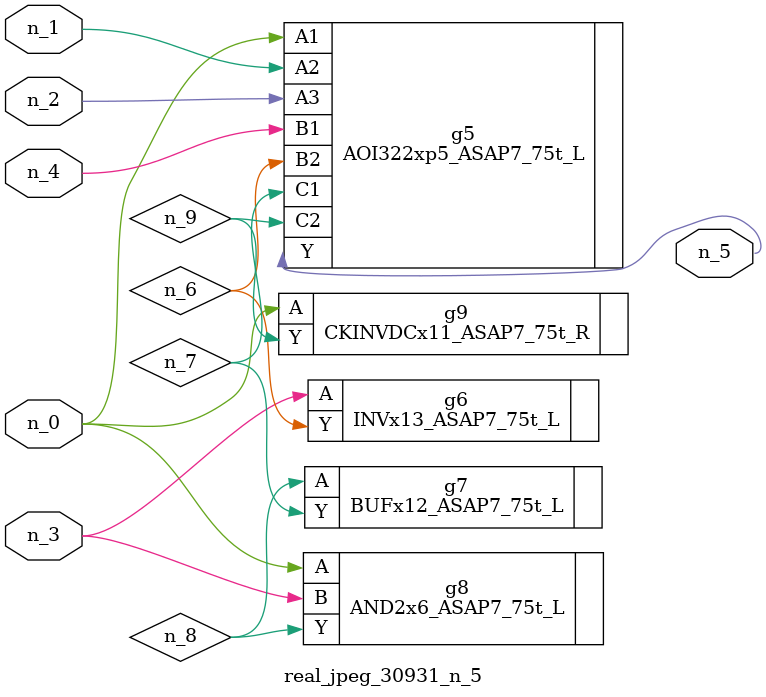
<source format=v>
module real_jpeg_30931_n_5 (n_4, n_0, n_1, n_2, n_3, n_5);

input n_4;
input n_0;
input n_1;
input n_2;
input n_3;

output n_5;

wire n_8;
wire n_6;
wire n_7;
wire n_9;

AOI322xp5_ASAP7_75t_L g5 ( 
.A1(n_0),
.A2(n_1),
.A3(n_2),
.B1(n_4),
.B2(n_6),
.C1(n_7),
.C2(n_9),
.Y(n_5)
);

AND2x6_ASAP7_75t_L g8 ( 
.A(n_0),
.B(n_3),
.Y(n_8)
);

CKINVDCx11_ASAP7_75t_R g9 ( 
.A(n_0),
.Y(n_9)
);

INVx13_ASAP7_75t_L g6 ( 
.A(n_3),
.Y(n_6)
);

BUFx12_ASAP7_75t_L g7 ( 
.A(n_8),
.Y(n_7)
);


endmodule
</source>
